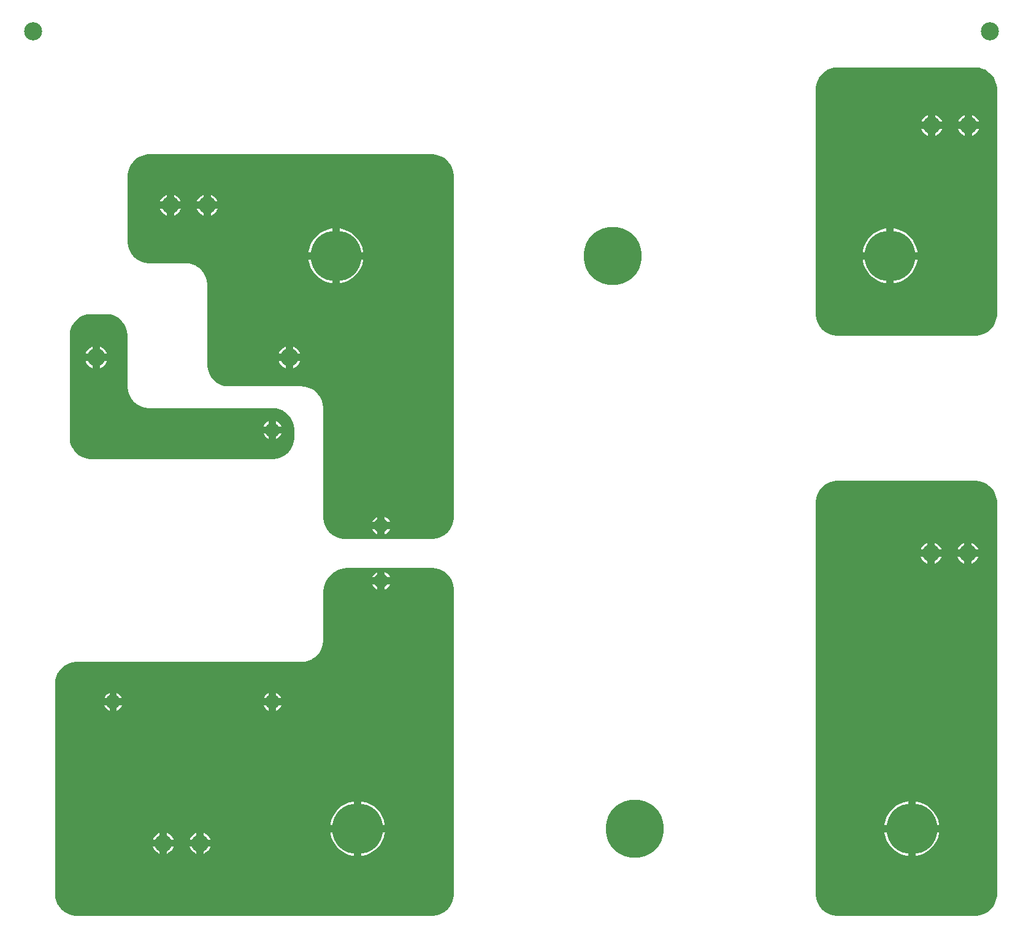
<source format=gtl>
%FSTAX23Y23*%
%MOIN*%
%SFA1B1*%

%IPPOS*%
%ADD10C,0.078700*%
%ADD11C,0.095000*%
%ADD12C,0.098400*%
%ADD13C,0.080000*%
%ADD14C,0.315000*%
%ADD15C,0.275600*%
%ADD16C,0.047200*%
%LNr100.230.050.001-00_filtr2-1*%
%LPD*%
G36*
X04448Y05787D02*
X05196D01*
X05204*
X05219Y05785*
X05234Y05781*
X05249Y05775*
X05262Y05767*
X05274Y05758*
X05285Y05747*
X05295Y05735*
X05303Y05721*
X05308Y05707*
X05312Y05692*
X05315Y05677*
Y05669*
Y04448*
Y04441*
X05312Y04425*
X05308Y0441*
X05303Y04396*
X05295Y04383*
X05285Y0437*
X05274Y04359*
X05262Y0435*
X05249Y04342*
X05234Y04336*
X05219Y04332*
X05204Y0433*
X05196*
X04448*
X04441*
X04425Y04332*
X0441Y04336*
X04396Y04342*
X04383Y0435*
X0437Y04359*
X04359Y0437*
X0435Y04383*
X04342Y04396*
X04336Y0441*
X04332Y04425*
X0433Y04441*
Y04448*
Y05669*
Y05677*
X04332Y05692*
X04336Y05707*
X04342Y05721*
X0435Y05735*
X04359Y05747*
X0437Y05758*
X04383Y05767*
X04396Y05775*
X0441Y05781*
X04425Y05785*
X04441Y05787*
X04448*
G37*
G36*
X00472Y04448D02*
D01*
X0048*
X00495Y04446*
X0051Y04442*
X00524Y04436*
X00538Y04429*
X0055Y04419*
X00561Y04408*
X0057Y04396*
X00578Y04383*
X00584Y04368*
X00588Y04353*
X0059Y04338*
Y0433*
Y04055*
X0059Y04047*
X00592Y04032*
X00596Y04017*
X00602Y04002*
X0061Y03989*
X00619Y03977*
X0063Y03966*
X00643Y03956*
X00656Y03949*
X0067Y03943*
X00685Y03939*
X007Y03937*
X00708Y03937*
X01378*
X01385*
X01401Y03935*
X01416Y03931*
X0143Y03925*
X01443Y03917*
X01456Y03907*
X01466Y03896*
X01476Y03884*
X01484Y03871*
X0149Y03856*
X01494Y03842*
X01496Y03826*
Y03818*
Y03779*
Y03771*
X01494Y03756*
X0149Y03741*
X01484Y03727*
X01476Y03713*
X01466Y03701*
X01456Y0369*
X01443Y03681*
X0143Y03673*
X01416Y03667*
X01401Y03663*
X01385Y03661*
X01378*
X00393*
X00386*
X0037Y03663*
X00355Y03667*
X00341Y03673*
X00327Y03681*
X00315Y0369*
X00304Y03701*
X00295Y03713*
X00287Y03727*
X00281Y03741*
X00277Y03756*
X00275Y03771*
Y03779*
Y04326*
Y0433*
Y04338*
X00277Y04353*
X00281Y04368*
X00287Y04383*
X00295Y04396*
X00304Y04408*
X00315Y04419*
X00327Y04429*
X00341Y04436*
X00355Y04442*
X0037Y04446*
X00386Y04448*
X00393*
X00472*
G37*
G36*
X02244Y0307D02*
D01*
X02251*
X02267Y03068*
X02282Y03064*
X02296Y03058*
X02309Y03051*
X02322Y03041*
X02333Y0303*
X02342Y03018*
X0235Y03005*
X02356Y0299*
X0236Y02975*
X02362Y0296*
Y02952*
Y01299*
Y01291*
X0236Y01276*
X02356Y01261*
X0235Y01246*
X02342Y01233*
X02333Y01221*
X02322Y0121*
X02309Y012*
X02296Y01193*
X02282Y01187*
X02267Y01183*
X02251Y01181*
X02244*
X00315*
X00307*
X00291Y01183*
X00276Y01187*
X00262Y01193*
X00249Y012*
X00236Y0121*
X00226Y01221*
X00216Y01233*
X00208Y01246*
X00202Y01261*
X00198Y01276*
X00196Y01291*
Y01299*
Y02436*
Y0244*
Y02448*
X00198Y02464*
X00202Y02479*
X00208Y02493*
X00216Y02506*
X00226Y02519*
X00236Y02529*
X00249Y02539*
X00262Y02547*
X00276Y02553*
X00291Y02557*
X00307Y02559*
X00315*
X01535*
X01543Y02559*
X01558Y02561*
X01573Y02565*
X01587Y02571*
X01601Y02579*
X01613Y02588*
X01624Y02599*
X01633Y02611*
X01641Y02624*
X01647Y02639*
X01651Y02654*
X01653Y02669*
X01653Y02677*
Y02928*
Y02933*
Y02942*
X01655Y0296*
X0166Y02977*
X01667Y02994*
X01676Y03009*
X01687Y03024*
X017Y03036*
X01714Y03047*
X0173Y03056*
X01747Y03063*
X01764Y03068*
X01782Y0307*
X01791*
X02244*
G37*
G36*
Y05315D02*
D01*
X02251*
X02267Y05312*
X02282Y05308*
X02296Y05303*
X02309Y05295*
X02322Y05285*
X02333Y05274*
X02342Y05262*
X0235Y05249*
X02356Y05234*
X0236Y05219*
X02362Y05204*
Y05196*
Y03346*
Y03338*
X0236Y03323*
X02356Y03308*
X0235Y03294*
X02342Y0328*
X02333Y03268*
X02322Y03257*
X02309Y03248*
X02296Y0324*
X02282Y03234*
X02267Y0323*
X02251Y03228*
X02244*
X01771*
X01763*
X01748Y0323*
X01733Y03234*
X01719Y0324*
X01705Y03248*
X01693Y03257*
X01682Y03268*
X01673Y0328*
X01665Y03294*
X01659Y03308*
X01655Y03323*
X01653Y03338*
Y03346*
Y03937*
X01653Y03944*
X01651Y0396*
X01647Y03975*
X01641Y03989*
X01633Y04002*
X01624Y04014*
X01613Y04025*
X01601Y04035*
X01587Y04042*
X01573Y04048*
X01558Y04052*
X01543Y04054*
X01535Y04055*
X01141*
X01134*
X01118Y04057*
X01103Y04061*
X01089Y04067*
X01076Y04074*
X01063Y04084*
X01052Y04095*
X01043Y04107*
X01035Y0412*
X01029Y04135*
X01025Y0415*
X01023Y04165*
Y04173*
Y04606*
X01023Y04614*
X01021Y04629*
X01017Y04644*
X01011Y04658*
X01003Y04671*
X00994Y04684*
X00983Y04695*
X00971Y04704*
X00957Y04712*
X00943Y04718*
X00928Y04722*
X00913Y04724*
X00905Y04724*
X00708*
X007*
X00685Y04726*
X0067Y0473*
X00656Y04736*
X00642Y04744*
X0063Y04753*
X00619Y04764*
X0061Y04776*
X00602Y0479*
X00596Y04804*
X00592Y04819*
X0059Y04834*
Y04842*
Y05196*
Y05204*
X00592Y05219*
X00596Y05234*
X00602Y05249*
X0061Y05262*
X00619Y05274*
X0063Y05285*
X00642Y05295*
X00656Y05303*
X0067Y05308*
X00685Y05312*
X007Y05315*
X00708*
X02244*
G37*
G36*
X05196Y03543D02*
X05204D01*
X05219Y03541*
X05234Y03537*
X05249Y03531*
X05262Y03523*
X05274Y03514*
X05285Y03503*
X05295Y03491*
X05303Y03477*
X05308Y03463*
X05312Y03448*
X05315Y03432*
Y03425*
Y01299*
Y01291*
X05312Y01276*
X05308Y01261*
X05303Y01246*
X05295Y01233*
X05285Y01221*
X05274Y0121*
X05262Y012*
X05249Y01193*
X05234Y01187*
X05219Y01183*
X05204Y01181*
X05196*
X04441*
X04425Y01183*
X0441Y01187*
X04396Y01193*
X04383Y012*
X0437Y0121*
X04359Y01221*
X0435Y01233*
X04342Y01246*
X04336Y01261*
X04332Y01276*
X0433Y01291*
Y01299*
Y03425*
Y03432*
X04332Y03448*
X04336Y03463*
X04342Y03477*
X0435Y03491*
X04359Y03503*
X0437Y03514*
X04383Y03523*
X04396Y03531*
X0441Y03537*
X04425Y03541*
X04441Y03543*
X04448*
X05196*
G37*
%LNr100.230.050.001-00_filtr2-2*%
%LPC*%
G36*
X04753Y04912D02*
Y04783D01*
X04882*
X04882Y04787*
X04877Y0481*
X04868Y04831*
X04855Y04852*
X0484Y04869*
X04822Y04885*
X04802Y04897*
X0478Y04906*
X04757Y04912*
X04753Y04912*
G37*
G36*
X0514Y05528D02*
X05137Y05527D01*
X05127Y05522*
X05118Y05514*
X05111Y05505*
X05105Y05495*
X05104Y05492*
X0514*
Y05528*
G37*
G36*
X0494D02*
X04937Y05527D01*
X04927Y05522*
X04918Y05514*
X04911Y05505*
X04905Y05495*
X04904Y05492*
X0494*
Y05528*
G37*
G36*
X0518D02*
Y05492D01*
X05216*
X05215Y05495*
X0521Y05505*
X05202Y05514*
X05193Y05522*
X05183Y05527*
X0518Y05528*
G37*
G36*
X0498D02*
Y05492D01*
X05016*
X05015Y05495*
X0501Y05505*
X05002Y05514*
X04993Y05522*
X04983Y05527*
X0498Y05528*
G37*
G36*
X05216Y05452D02*
X0518D01*
Y05416*
X05183Y05417*
X05193Y05422*
X05202Y0543*
X0521Y05439*
X05215Y05449*
X05216Y05452*
G37*
G36*
X0494D02*
X04904D01*
X04905Y05449*
X04911Y05439*
X04918Y0543*
X04927Y05422*
X04937Y05417*
X0494Y05416*
Y05452*
G37*
G36*
X05016D02*
X0498D01*
Y05416*
X04983Y05417*
X04993Y05422*
X05002Y0543*
X0501Y05439*
X05015Y05449*
X05016Y05452*
G37*
G36*
X0514D02*
X05104D01*
X05105Y05449*
X05111Y05439*
X05118Y0543*
X05127Y05422*
X05137Y05417*
X0514Y05416*
Y05452*
G37*
G36*
X04714Y04744D02*
X04585D01*
X04586Y0474*
X04591Y04717*
X046Y04695*
X04612Y04675*
X04628Y04657*
X04646Y04642*
X04666Y0463*
X04687Y04621*
X0471Y04615*
X04714Y04615*
Y04744*
G37*
G36*
Y04912D02*
X0471Y04912D01*
X04687Y04906*
X04666Y04897*
X04646Y04885*
X04628Y04869*
X04612Y04852*
X046Y04831*
X04591Y0481*
X04586Y04787*
X04585Y04783*
X04714*
Y04912*
G37*
G36*
X04882Y04744D02*
X04753D01*
Y04615*
X04757Y04615*
X0478Y04621*
X04802Y0463*
X04822Y04642*
X0484Y04657*
X04855Y04675*
X04868Y04695*
X04877Y04717*
X04882Y0474*
X04882Y04744*
G37*
G36*
X004Y04192D02*
X00362D01*
X00363Y04189*
X00368Y04178*
X00376Y04169*
X00385Y04161*
X00396Y04155*
X004Y04154*
Y04192*
G37*
G36*
X01397Y03866D02*
Y03838D01*
X01425*
X01423Y03845*
X01414Y03855*
X01404Y03864*
X01397Y03866*
G37*
G36*
X00477Y04192D02*
X00439D01*
Y04154*
X00443Y04155*
X00453Y04161*
X00463Y04169*
X0047Y04178*
X00476Y04189*
X00477Y04192*
G37*
G36*
X01358Y03866D02*
X01351Y03864D01*
X01341Y03855*
X01332Y03845*
X0133Y03838*
X01358*
Y03866*
G37*
G36*
X01425Y03799D02*
X01397D01*
Y03771*
X01404Y03773*
X01414Y03781*
X01423Y03792*
X01425Y03799*
G37*
G36*
X01358D02*
X0133D01*
X01332Y03792*
X01341Y03781*
X01351Y03773*
X01358Y03771*
Y03799*
G37*
G36*
X00439Y0427D02*
Y04232D01*
X00477*
X00476Y04236*
X0047Y04246*
X00463Y04256*
X00453Y04263*
X00443Y04269*
X00439Y0427*
G37*
G36*
X004D02*
X00396Y04269D01*
X00385Y04263*
X00376Y04256*
X00368Y04246*
X00363Y04236*
X00362Y04232*
X004*
Y0427*
G37*
G36*
X01948Y03046D02*
X01942Y03044D01*
X01932Y03036*
X01923Y03025*
X01921Y03019*
X01948*
Y03046*
G37*
G36*
X01988Y03046D02*
Y03019D01*
X02015*
X02013Y03025*
X02005Y03036*
X01994Y03044*
X01988Y03046*
G37*
G36*
X01358Y0239D02*
X01351Y02387D01*
X01341Y02379*
X01332Y02368*
X0133Y02362*
X01358*
Y0239*
G37*
G36*
X00531D02*
Y02362D01*
X00559*
X00557Y02368*
X00548Y02379*
X00537Y02387*
X00531Y0239*
G37*
G36*
X01397D02*
Y02362D01*
X01425*
X01423Y02368*
X01414Y02379*
X01404Y02387*
X01397Y0239*
G37*
G36*
X01948Y02979D02*
X01921D01*
X01923Y02973*
X01932Y02963*
X01942Y02954*
X01948Y02952*
Y02979*
G37*
G36*
X02015D02*
X01988D01*
Y02952*
X01994Y02954*
X02005Y02963*
X02013Y02973*
X02015Y02979*
G37*
G36*
X00492Y0239D02*
X00485Y02387D01*
X00474Y02379*
X00466Y02368*
X00463Y02362*
X00492*
Y0239*
G37*
G36*
X0084Y01555D02*
X00803D01*
Y01518*
X00807Y01519*
X00817Y01525*
X00826Y01532*
X00833Y01541*
X00839Y01552*
X0084Y01555*
G37*
G36*
X00964D02*
X00928D01*
X00929Y01552*
X00934Y01541*
X00942Y01532*
X00951Y01525*
X00961Y01519*
X00964Y01518*
Y01555*
G37*
G36*
X0104D02*
X01003D01*
Y01518*
X01007Y01519*
X01017Y01525*
X01026Y01532*
X01033Y01541*
X01039Y01552*
X0104Y01555*
G37*
G36*
X00964Y0163D02*
X00961Y01629D01*
X00951Y01624*
X00942Y01616*
X00934Y01607*
X00929Y01597*
X00928Y01594*
X00964*
Y0163*
G37*
G36*
X00764D02*
X00761Y01629D01*
X00751Y01624*
X00742Y01616*
X00734Y01607*
X00729Y01597*
X00728Y01594*
X00764*
Y0163*
G37*
G36*
X01989Y01633D02*
X0186D01*
Y01505*
X01864Y01505*
X01886Y0151*
X01908Y01519*
X01928Y01532*
X01946Y01547*
X01962Y01565*
X01974Y01585*
X01983Y01607*
X01988Y0163*
X01989Y01633*
G37*
G36*
X0182D02*
X01692D01*
X01692Y0163*
X01697Y01607*
X01706Y01585*
X01719Y01565*
X01734Y01547*
X01752Y01532*
X01772Y01519*
X01794Y0151*
X01817Y01505*
X0182Y01505*
Y01633*
G37*
G36*
X00764Y01555D02*
X00728D01*
X00729Y01552*
X00734Y01541*
X00742Y01532*
X00751Y01525*
X00761Y01519*
X00764Y01518*
Y01555*
G37*
G36*
X00492Y02322D02*
X00463D01*
X00466Y02316*
X00474Y02305*
X00485Y02297*
X00492Y02294*
Y02322*
G37*
G36*
X01358D02*
X0133D01*
X01332Y02316*
X01341Y02305*
X01351Y02297*
X01358Y02294*
Y02322*
G37*
G36*
X01425D02*
X01397D01*
Y02294*
X01404Y02297*
X01414Y02305*
X01423Y02316*
X01425Y02322*
G37*
G36*
X00559D02*
X00531D01*
Y02294*
X00537Y02297*
X00548Y02305*
X00557Y02316*
X00559Y02322*
G37*
G36*
X01003Y0163D02*
Y01594D01*
X0104*
X01039Y01597*
X01033Y01607*
X01026Y01616*
X01017Y01624*
X01007Y01629*
X01003Y0163*
G37*
G36*
X00803D02*
Y01594D01*
X0084*
X00839Y01597*
X00833Y01607*
X00826Y01616*
X00817Y01624*
X00807Y01629*
X00803Y0163*
G37*
G36*
X0182Y01802D02*
X01817Y01801D01*
X01794Y01796*
X01772Y01787*
X01752Y01775*
X01734Y01759*
X01719Y01741*
X01706Y01721*
X01697Y01699*
X01692Y01677*
X01692Y01673*
X0182*
Y01802*
G37*
G36*
X0186D02*
Y01673D01*
X01989*
X01988Y01677*
X01983Y01699*
X01974Y01721*
X01962Y01741*
X01946Y01759*
X01928Y01775*
X01908Y01787*
X01886Y01796*
X01864Y01801*
X0186Y01802*
G37*
G36*
X01948Y03279D02*
X01921D01*
X01923Y03273*
X01932Y03263*
X01942Y03254*
X01948Y03252*
Y03279*
G37*
G36*
X02015D02*
X01988D01*
Y03252*
X01994Y03254*
X02005Y03263*
X02013Y03273*
X02015Y03279*
G37*
G36*
X01079Y05019D02*
X01043D01*
Y04983*
X01046Y04984*
X01056Y04989*
X01065Y04997*
X01073Y05006*
X01078Y05016*
X01079Y05019*
G37*
G36*
X00879D02*
X00843D01*
Y04983*
X00846Y04984*
X00856Y04989*
X00865Y04997*
X00873Y05006*
X00878Y05016*
X00879Y05019*
G37*
G36*
X00803Y05095D02*
X008Y05094D01*
X0079Y05088*
X00781Y05081*
X00774Y05072*
X00768Y05062*
X00767Y05059*
X00803*
Y05095*
G37*
G36*
X01003D02*
X01Y05094D01*
X0099Y05088*
X00981Y05081*
X00974Y05072*
X00968Y05062*
X00967Y05059*
X01003*
Y05095*
G37*
G36*
Y05019D02*
X00967D01*
X00968Y05016*
X00974Y05006*
X00981Y04997*
X0099Y04989*
X01Y04984*
X01003Y04983*
Y05019*
G37*
G36*
X01702Y04912D02*
X01699Y04912D01*
X01676Y04906*
X01654Y04897*
X01634Y04885*
X01616Y04869*
X01601Y04852*
X01588Y04831*
X01579Y0481*
X01574Y04787*
X01573Y04783*
X01702*
Y04912*
G37*
G36*
X00803Y05019D02*
X00767D01*
X00768Y05016*
X00774Y05006*
X00781Y04997*
X0079Y04989*
X008Y04984*
X00803Y04983*
Y05019*
G37*
G36*
X01742Y04912D02*
Y04783D01*
X01871*
X0187Y04787*
X01865Y0481*
X01856Y04831*
X01843Y04852*
X01828Y04869*
X0181Y04885*
X0179Y04897*
X01768Y04906*
X01745Y04912*
X01742Y04912*
G37*
G36*
X01043Y05095D02*
Y05059D01*
X01079*
X01078Y05062*
X01073Y05072*
X01065Y05081*
X01056Y05088*
X01046Y05094*
X01043Y05095*
G37*
G36*
X00843D02*
Y05059D01*
X00879*
X00878Y05062*
X00873Y05072*
X00865Y05081*
X00856Y05088*
X00846Y05094*
X00843Y05095*
G37*
G36*
X0145Y04192D02*
X01412D01*
X01413Y04189*
X01418Y04178*
X01426Y04169*
X01435Y04161*
X01446Y04155*
X0145Y04154*
Y04192*
G37*
G36*
X01988Y03346D02*
Y03319D01*
X02015*
X02013Y03325*
X02005Y03336*
X01994Y03344*
X01988Y03346*
G37*
G36*
X01948Y03346D02*
X01942Y03344D01*
X01932Y03336*
X01923Y03325*
X01921Y03319*
X01948*
Y03346*
G37*
G36*
X01527Y04192D02*
X01489D01*
Y04154*
X01493Y04155*
X01503Y04161*
X01513Y04169*
X0152Y04178*
X01526Y04189*
X01527Y04192*
G37*
G36*
X01871Y04744D02*
X01742D01*
Y04615*
X01745Y04615*
X01768Y04621*
X0179Y0463*
X0181Y04642*
X01828Y04657*
X01843Y04675*
X01856Y04695*
X01865Y04717*
X0187Y0474*
X01871Y04744*
G37*
G36*
X01702D02*
X01573D01*
X01574Y0474*
X01579Y04717*
X01588Y04695*
X01601Y04675*
X01616Y04657*
X01634Y04642*
X01654Y0463*
X01676Y04621*
X01699Y04615*
X01702Y04615*
Y04744*
G37*
G36*
X01489Y0427D02*
Y04232D01*
X01527*
X01526Y04236*
X0152Y04246*
X01513Y04256*
X01503Y04263*
X01493Y04269*
X01489Y0427*
G37*
G36*
X0145D02*
X01446Y04269D01*
X01435Y04263*
X01426Y04256*
X01418Y04246*
X01413Y04236*
X01412Y04232*
X0145*
Y0427*
G37*
G36*
X04977Y03205D02*
Y03169D01*
X05013*
X05012Y03172*
X05007Y03182*
X04999Y03191*
X0499Y03199*
X0498Y03204*
X04977Y03205*
G37*
G36*
X05137D02*
X05134Y03204D01*
X05124Y03199*
X05115Y03191*
X05107Y03182*
X05102Y03172*
X05101Y03169*
X05137*
Y03205*
G37*
G36*
X05177D02*
Y03169D01*
X05213*
X05212Y03172*
X05207Y03182*
X05199Y03191*
X0519Y03199*
X0518Y03204*
X05177Y03205*
G37*
G36*
X04937D02*
X04934Y03204D01*
X04924Y03199*
X04915Y03191*
X04907Y03182*
X04902Y03172*
X04901Y03169*
X04937*
Y03205*
G37*
G36*
X05137Y03129D02*
X05101D01*
X05102Y03126*
X05107Y03116*
X05115Y03107*
X05124Y031*
X05134Y03094*
X05137Y03093*
Y03129*
G37*
G36*
X04937D02*
X04901D01*
X04902Y03126*
X04907Y03116*
X04915Y03107*
X04924Y031*
X04934Y03094*
X04937Y03093*
Y03129*
G37*
G36*
X05213D02*
X05177D01*
Y03093*
X0518Y03094*
X0519Y031*
X05199Y03107*
X05207Y03116*
X05212Y03126*
X05213Y03129*
G37*
G36*
X05013D02*
X04977D01*
Y03093*
X0498Y03094*
X0499Y031*
X04999Y03107*
X05007Y03116*
X05012Y03126*
X05013Y03129*
G37*
G36*
X04832Y01633D02*
X04703D01*
X04704Y0163*
X04709Y01607*
X04718Y01585*
X04731Y01565*
X04746Y01547*
X04764Y01532*
X04784Y01519*
X04806Y0151*
X04828Y01505*
X04832Y01505*
Y01633*
G37*
G36*
X05D02*
X04872D01*
Y01505*
X04875Y01505*
X04898Y0151*
X0492Y01519*
X0494Y01532*
X04958Y01547*
X04973Y01565*
X04986Y01585*
X04995Y01607*
X05Y0163*
X05Y01633*
G37*
G36*
X04872Y01802D02*
Y01673D01*
X05*
X05Y01677*
X04995Y01699*
X04986Y01721*
X04973Y01741*
X04958Y01759*
X0494Y01775*
X0492Y01787*
X04898Y01796*
X04875Y01801*
X04872Y01802*
G37*
G36*
X04832D02*
X04828Y01801D01*
X04806Y01796*
X04784Y01787*
X04764Y01775*
X04746Y01759*
X04731Y01741*
X04718Y01721*
X04709Y01699*
X04704Y01677*
X04703Y01673*
X04832*
Y01802*
G37*
%LNr100.230.050.001-00_filtr2-3*%
%LPD*%
G54D10*
X01968Y02999D03*
Y03299D03*
G54D11*
X00784Y01574D03*
X00984D03*
X0496Y05472D03*
X0516D03*
X00823Y05039D03*
X01023D03*
X04957Y03149D03*
X05157D03*
G54D12*
X01469Y04212D03*
X00419D03*
X00078Y05984D03*
X05275D03*
G54D13*
X00511Y03818D03*
Y02342D03*
X01378Y03818D03*
Y02342D03*
G54D14*
X03228Y04763D03*
X03346Y01653D03*
G54D15*
X04734Y04763D03*
X01722D03*
X04852Y01653D03*
X0184D03*
G54D16*
X02307Y01834D03*
Y01716D03*
Y01598D03*
Y0148D03*
Y01362D03*
Y01244D03*
X02189Y01834D03*
Y01716D03*
Y01598D03*
Y0148D03*
Y01362D03*
Y01244D03*
X0207Y01834D03*
Y01716D03*
Y01598D03*
Y0148D03*
Y01362D03*
Y01244D03*
X01952Y01834D03*
Y0148D03*
Y01362D03*
Y01244D03*
X01834Y01834D03*
Y0148D03*
Y01362D03*
Y01244D03*
X01716Y01834D03*
Y0148D03*
Y01362D03*
Y01244D03*
X01598Y01834D03*
Y01716D03*
Y01598D03*
Y0148D03*
Y01362D03*
Y01244D03*
X0148Y01834D03*
Y01716D03*
Y01598D03*
Y0148D03*
Y01362D03*
Y01244D03*
X01362Y01834D03*
Y01716D03*
Y01598D03*
Y0148D03*
Y01362D03*
Y01244D03*
X01244Y01834D03*
Y01716D03*
Y01598D03*
Y0148D03*
Y01362D03*
Y01244D03*
X01126Y01834D03*
Y01716D03*
Y01598D03*
Y0148D03*
Y01362D03*
Y01244D03*
X01007Y01834D03*
Y01716D03*
Y0148D03*
Y01362D03*
Y01244D03*
X00889Y01834D03*
Y01716D03*
Y01244D03*
X00771Y01834D03*
Y01716D03*
Y0148D03*
Y01362D03*
Y01244D03*
X00653Y01834D03*
Y01716D03*
Y01598D03*
Y0148D03*
Y01362D03*
Y01244D03*
X00535Y01834D03*
Y01716D03*
Y01598D03*
Y0148D03*
Y01362D03*
Y01244D03*
X00417Y01834D03*
Y01716D03*
Y01598D03*
Y0148D03*
Y01362D03*
Y01244D03*
X00299Y01834D03*
Y01716D03*
Y01598D03*
Y0148D03*
Y01362D03*
Y01244D03*
X01952Y05141D03*
Y05023D03*
Y04905D03*
Y04787D03*
Y04669D03*
Y04551D03*
Y04433D03*
X01834Y05141D03*
Y05023D03*
Y04905D03*
Y04551D03*
Y04433D03*
X01716Y05141D03*
Y05023D03*
Y04551D03*
Y04433D03*
X01598Y05141D03*
Y05023D03*
Y04905D03*
Y04551D03*
Y04433D03*
X0148Y05141D03*
Y05023D03*
Y04905D03*
Y04787D03*
Y04669D03*
Y04551D03*
Y04433D03*
X01126Y05259D03*
Y05141D03*
Y05023D03*
Y04905D03*
Y04787D03*
X01007Y05259D03*
Y05141D03*
Y04905D03*
Y04787D03*
X00889Y05259D03*
Y05141D03*
Y04905D03*
X00771Y05259D03*
Y05141D03*
Y04905D03*
Y04787D03*
X00653Y05259D03*
Y05141D03*
Y05023D03*
Y04905D03*
Y04787D03*
X05259Y03252D03*
Y03133D03*
Y03015D03*
X05141Y0337D03*
Y03252D03*
Y03015D03*
Y02897D03*
X05023Y0337D03*
Y03252D03*
Y03015D03*
Y02897D03*
X04905Y0337D03*
Y03252D03*
Y03015D03*
Y02897D03*
X04787Y0337D03*
Y03252D03*
Y03133D03*
Y03015D03*
Y02897D03*
X04669Y0337D03*
Y03252D03*
Y03133D03*
Y03015D03*
Y02897D03*
X04551Y0337D03*
Y03252D03*
Y03133D03*
Y03015D03*
Y02897D03*
X04433Y03252D03*
Y03133D03*
Y03015D03*
X05236Y01948D03*
Y0183D03*
Y01712D03*
Y01594D03*
Y01476D03*
X05118Y02066D03*
Y01948D03*
Y0183D03*
Y01712D03*
Y01594D03*
Y01476D03*
Y01358D03*
X05Y02066D03*
Y01948D03*
Y01358D03*
X04881Y02066D03*
Y01948D03*
Y01358D03*
X04763Y02066D03*
Y01948D03*
Y01358D03*
X04645Y02066D03*
Y01948D03*
Y01358D03*
X04527Y02066D03*
Y01948D03*
Y0183D03*
Y01712D03*
Y01594D03*
Y01476D03*
Y01358D03*
X04409Y01948D03*
Y0183D03*
Y01712D03*
Y01594D03*
Y01476D03*
X05177Y05629D03*
Y05275D03*
Y05157D03*
Y05039D03*
Y04921D03*
Y04803D03*
Y04685D03*
Y04566D03*
Y04448D03*
X05059Y05629D03*
Y05275D03*
Y05039D03*
Y04921D03*
Y04803D03*
Y04685D03*
Y04566D03*
Y04448D03*
X0494Y05629D03*
Y05275D03*
Y05157D03*
Y05039D03*
Y04921D03*
Y04803D03*
Y04685D03*
Y04566D03*
Y04448D03*
X04822Y05629D03*
Y05511D03*
Y05393D03*
Y05275D03*
Y05157D03*
Y05039D03*
Y04566D03*
Y04448D03*
X04704Y05629D03*
Y05511D03*
Y05393D03*
Y05275D03*
Y05157D03*
Y05039D03*
Y04566D03*
Y04448D03*
X04586Y05629D03*
Y05511D03*
Y05393D03*
Y05275D03*
Y05157D03*
Y05039D03*
Y04566D03*
Y04448D03*
X04468Y05629D03*
Y05511D03*
Y05393D03*
Y05275D03*
Y05157D03*
Y05039D03*
Y04921D03*
Y04803D03*
Y04685D03*
Y04566D03*
Y04448D03*
M02*
</source>
